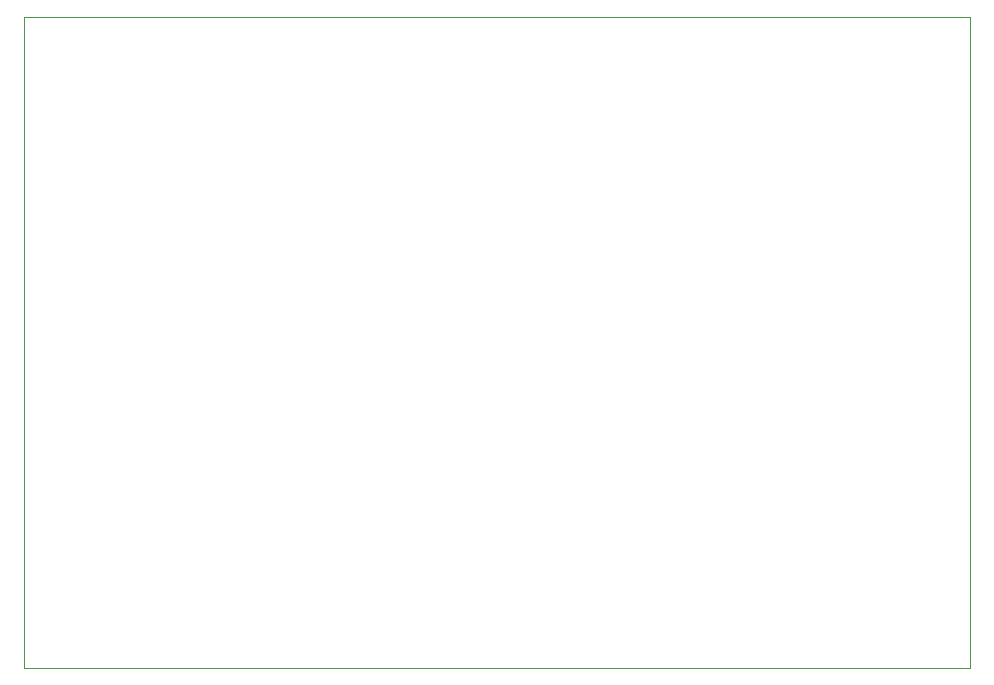
<source format=gbr>
%TF.GenerationSoftware,KiCad,Pcbnew,(6.0.0-0)*%
%TF.CreationDate,2022-12-05T13:27:31-05:00*%
%TF.ProjectId,Body_Servos,426f6479-5f53-4657-9276-6f732e6b6963,rev?*%
%TF.SameCoordinates,Original*%
%TF.FileFunction,Profile,NP*%
%FSLAX46Y46*%
G04 Gerber Fmt 4.6, Leading zero omitted, Abs format (unit mm)*
G04 Created by KiCad (PCBNEW (6.0.0-0)) date 2022-12-05 13:27:31*
%MOMM*%
%LPD*%
G01*
G04 APERTURE LIST*
%TA.AperFunction,Profile*%
%ADD10C,0.100000*%
%TD*%
G04 APERTURE END LIST*
D10*
X58940000Y-81072000D02*
X138982000Y-81072000D01*
X138982000Y-81072000D02*
X138982000Y-136220000D01*
X138982000Y-136220000D02*
X58940000Y-136220000D01*
X58940000Y-136220000D02*
X58940000Y-81072000D01*
M02*

</source>
